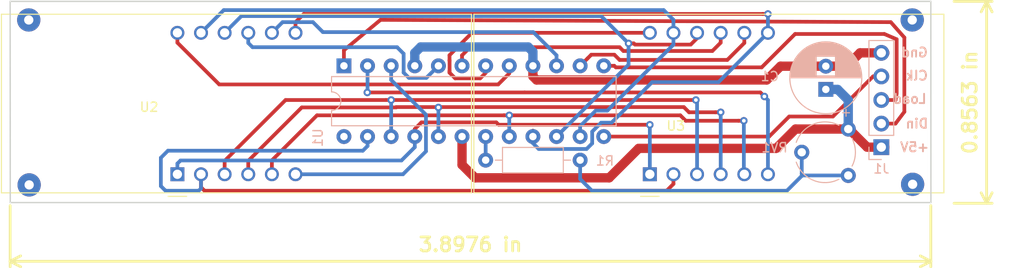
<source format=kicad_pcb>
(kicad_pcb (version 20171130) (host pcbnew "(5.0.2)-1")

  (general
    (thickness 1.6)
    (drawings 15)
    (tracks 228)
    (zones 0)
    (modules 7)
    (nets 25)
  )

  (page A4)
  (layers
    (0 F.Cu signal)
    (31 B.Cu signal)
    (32 B.Adhes user)
    (33 F.Adhes user)
    (34 B.Paste user)
    (35 F.Paste user)
    (36 B.SilkS user)
    (37 F.SilkS user)
    (38 B.Mask user)
    (39 F.Mask user)
    (40 Dwgs.User user)
    (41 Cmts.User user)
    (42 Eco1.User user)
    (43 Eco2.User user)
    (44 Edge.Cuts user)
    (45 Margin user)
    (46 B.CrtYd user)
    (47 F.CrtYd user)
    (48 B.Fab user)
    (49 F.Fab user)
  )

  (setup
    (last_trace_width 0.25)
    (user_trace_width 0.35)
    (user_trace_width 0.4)
    (user_trace_width 0.5)
    (user_trace_width 0.75)
    (user_trace_width 1)
    (user_trace_width 1.27)
    (user_trace_width 2)
    (user_trace_width 2.54)
    (trace_clearance 0.2)
    (zone_clearance 0.508)
    (zone_45_only no)
    (trace_min 0.2)
    (segment_width 0.2)
    (edge_width 0.15)
    (via_size 0.8)
    (via_drill 0.4)
    (via_min_size 0.4)
    (via_min_drill 0.3)
    (user_via 1 0.5)
    (user_via 1.4 0.6)
    (user_via 1.7 0.8)
    (user_via 2 0.8)
    (uvia_size 0.3)
    (uvia_drill 0.1)
    (uvias_allowed no)
    (uvia_min_size 0.2)
    (uvia_min_drill 0.1)
    (pcb_text_width 0.3)
    (pcb_text_size 1.5 1.5)
    (mod_edge_width 0.15)
    (mod_text_size 1 1)
    (mod_text_width 0.15)
    (pad_size 1.524 1.524)
    (pad_drill 0.762)
    (pad_to_mask_clearance 0.051)
    (solder_mask_min_width 0.25)
    (aux_axis_origin 0 0)
    (visible_elements 7FFFFFFF)
    (pcbplotparams
      (layerselection 0x010fc_ffffffff)
      (usegerberextensions false)
      (usegerberattributes false)
      (usegerberadvancedattributes false)
      (creategerberjobfile false)
      (excludeedgelayer true)
      (linewidth 0.100000)
      (plotframeref false)
      (viasonmask false)
      (mode 1)
      (useauxorigin false)
      (hpglpennumber 1)
      (hpglpenspeed 20)
      (hpglpendiameter 15.000000)
      (psnegative false)
      (psa4output false)
      (plotreference true)
      (plotvalue true)
      (plotinvisibletext false)
      (padsonsilk false)
      (subtractmaskfromsilk false)
      (outputformat 1)
      (mirror false)
      (drillshape 0)
      (scaleselection 1)
      (outputdirectory "../"))
  )

  (net 0 "")
  (net 1 +5V)
  (net 2 GNDD)
  (net 3 "Net-(J1-Pad2)")
  (net 4 "Net-(J1-Pad3)")
  (net 5 "Net-(J1-Pad4)")
  (net 6 "Net-(R1-Pad1)")
  (net 7 "Net-(R1-Pad2)")
  (net 8 "Net-(U1-Pad2)")
  (net 9 "Net-(U1-Pad14)")
  (net 10 "Net-(U1-Pad3)")
  (net 11 "Net-(U1-Pad15)")
  (net 12 "Net-(U1-Pad16)")
  (net 13 "Net-(U1-Pad5)")
  (net 14 "Net-(U1-Pad17)")
  (net 15 "Net-(U1-Pad6)")
  (net 16 "Net-(U1-Pad7)")
  (net 17 "Net-(U1-Pad8)")
  (net 18 "Net-(U1-Pad20)")
  (net 19 "Net-(U1-Pad21)")
  (net 20 "Net-(U1-Pad10)")
  (net 21 "Net-(U1-Pad22)")
  (net 22 "Net-(U1-Pad11)")
  (net 23 "Net-(U1-Pad23)")
  (net 24 "Net-(U1-Pad24)")

  (net_class Default "This is the default net class."
    (clearance 0.2)
    (trace_width 0.25)
    (via_dia 0.8)
    (via_drill 0.4)
    (uvia_dia 0.3)
    (uvia_drill 0.1)
    (add_net +5V)
    (add_net GNDD)
    (add_net "Net-(J1-Pad2)")
    (add_net "Net-(J1-Pad3)")
    (add_net "Net-(J1-Pad4)")
    (add_net "Net-(R1-Pad1)")
    (add_net "Net-(R1-Pad2)")
    (add_net "Net-(U1-Pad10)")
    (add_net "Net-(U1-Pad11)")
    (add_net "Net-(U1-Pad14)")
    (add_net "Net-(U1-Pad15)")
    (add_net "Net-(U1-Pad16)")
    (add_net "Net-(U1-Pad17)")
    (add_net "Net-(U1-Pad2)")
    (add_net "Net-(U1-Pad20)")
    (add_net "Net-(U1-Pad21)")
    (add_net "Net-(U1-Pad22)")
    (add_net "Net-(U1-Pad23)")
    (add_net "Net-(U1-Pad24)")
    (add_net "Net-(U1-Pad3)")
    (add_net "Net-(U1-Pad5)")
    (add_net "Net-(U1-Pad6)")
    (add_net "Net-(U1-Pad7)")
    (add_net "Net-(U1-Pad8)")
  )

  (module Connector_PinHeader_2.54mm:PinHeader_1x05_P2.54mm_Vertical (layer B.Cu) (tedit 5DA81AE3) (tstamp 5DAA1101)
    (at 201.676 44.704)
    (descr "Through hole straight pin header, 1x05, 2.54mm pitch, single row")
    (tags "Through hole pin header THT 1x05 2.54mm single row")
    (path /5DA9B86A)
    (fp_text reference J1 (at 0 2.33) (layer B.SilkS)
      (effects (font (size 1 1) (thickness 0.15)) (justify mirror))
    )
    (fp_text value Conn_01x05 (at 2.667 -3.2512 90) (layer B.Fab) hide
      (effects (font (size 1 1) (thickness 0.15)) (justify mirror))
    )
    (fp_text user %R (at 0 -5.08 -90) (layer B.Fab)
      (effects (font (size 1 1) (thickness 0.15)) (justify mirror))
    )
    (fp_line (start 1.8 1.8) (end -1.8 1.8) (layer B.CrtYd) (width 0.05))
    (fp_line (start 1.8 -11.95) (end 1.8 1.8) (layer B.CrtYd) (width 0.05))
    (fp_line (start -1.8 -11.95) (end 1.8 -11.95) (layer B.CrtYd) (width 0.05))
    (fp_line (start -1.8 1.8) (end -1.8 -11.95) (layer B.CrtYd) (width 0.05))
    (fp_line (start -1.33 1.33) (end 0 1.33) (layer B.SilkS) (width 0.12))
    (fp_line (start -1.33 0) (end -1.33 1.33) (layer B.SilkS) (width 0.12))
    (fp_line (start -1.33 -1.27) (end 1.33 -1.27) (layer B.SilkS) (width 0.12))
    (fp_line (start 1.33 -1.27) (end 1.33 -11.49) (layer B.SilkS) (width 0.12))
    (fp_line (start -1.33 -1.27) (end -1.33 -11.49) (layer B.SilkS) (width 0.12))
    (fp_line (start -1.33 -11.49) (end 1.33 -11.49) (layer B.SilkS) (width 0.12))
    (fp_line (start -1.27 0.635) (end -0.635 1.27) (layer B.Fab) (width 0.1))
    (fp_line (start -1.27 -11.43) (end -1.27 0.635) (layer B.Fab) (width 0.1))
    (fp_line (start 1.27 -11.43) (end -1.27 -11.43) (layer B.Fab) (width 0.1))
    (fp_line (start 1.27 1.27) (end 1.27 -11.43) (layer B.Fab) (width 0.1))
    (fp_line (start -0.635 1.27) (end 1.27 1.27) (layer B.Fab) (width 0.1))
    (pad 5 thru_hole oval (at 0 -10.16) (size 1.7 1.7) (drill 1) (layers *.Cu *.Mask)
      (net 2 GNDD))
    (pad 4 thru_hole oval (at 0 -7.62) (size 1.7 1.7) (drill 1) (layers *.Cu *.Mask)
      (net 5 "Net-(J1-Pad4)"))
    (pad 3 thru_hole oval (at 0 -5.08) (size 1.7 1.7) (drill 1) (layers *.Cu *.Mask)
      (net 4 "Net-(J1-Pad3)"))
    (pad 2 thru_hole oval (at 0 -2.54) (size 1.7 1.7) (drill 1) (layers *.Cu *.Mask)
      (net 3 "Net-(J1-Pad2)"))
    (pad 1 thru_hole rect (at 0 0) (size 1.7 1.7) (drill 1) (layers *.Cu *.Mask)
      (net 1 +5V))
    (model ${KISYS3DMOD}/Connector_PinHeader_2.54mm.3dshapes/PinHeader_1x05_P2.54mm_Vertical.wrl
      (at (xyz 0 0 0))
      (scale (xyz 1 1 1))
      (rotate (xyz 0 0 0))
    )
  )

  (module Display_7Segment:CA56-12SYKWA (layer F.Cu) (tedit 5DA81C11) (tstamp 5DA767A8)
    (at 125.984 47.625 90)
    (descr "4 digit 7 segment green LED, http://www.kingbright.com/attachments/file/psearch/000/00/00/CA56-12SYKWA(Ver.6A).pdf")
    (tags "4 digit 7 segment green LED")
    (path /5DA7392F)
    (fp_text reference U2 (at 7.239 -3.048 180) (layer F.SilkS)
      (effects (font (size 1 1) (thickness 0.15)))
    )
    (fp_text value CC56-12SYKWA (at 5.842 0.254 180) (layer F.Fab)
      (effects (font (size 1 1) (thickness 0.15)))
    )
    (fp_text user %R (at 7.239 -0.508 180) (layer F.Fab)
      (effects (font (size 1 1) (thickness 0.15)))
    )
    (fp_line (start -1.88 1) (end -1.88 31.5) (layer F.Fab) (width 0.1))
    (fp_line (start -1.88 31.5) (end 17.12 31.5) (layer F.Fab) (width 0.1))
    (fp_line (start 17.12 -18.8) (end 17.12 31.5) (layer F.Fab) (width 0.1))
    (fp_line (start -1.88 -18.8) (end 17.12 -18.8) (layer F.Fab) (width 0.1))
    (fp_line (start -2.38 -1) (end -2.38 1) (layer F.SilkS) (width 0.12))
    (fp_line (start -2.13 31.75) (end -2.13 -19.05) (layer F.CrtYd) (width 0.05))
    (fp_line (start 17.37 31.75) (end -2.13 31.75) (layer F.CrtYd) (width 0.05))
    (fp_line (start 17.37 -19.05) (end 17.37 31.75) (layer F.CrtYd) (width 0.05))
    (fp_line (start -2.13 -19.05) (end 17.37 -19.05) (layer F.CrtYd) (width 0.05))
    (fp_line (start -1.88 -1) (end -1.88 -18.8) (layer F.Fab) (width 0.1))
    (fp_line (start -0.88 0) (end -1.88 -1) (layer F.Fab) (width 0.1))
    (fp_line (start -1.88 1) (end -0.88 0) (layer F.Fab) (width 0.1))
    (fp_line (start 17.24 31.62) (end 17.24 -18.92) (layer F.SilkS) (width 0.12))
    (fp_line (start -2 31.62) (end 17.24 31.62) (layer F.SilkS) (width 0.12))
    (fp_line (start -2 -18.92) (end -2 31.62) (layer F.SilkS) (width 0.12))
    (fp_line (start -2 -18.92) (end 17.24 -18.92) (layer F.SilkS) (width 0.12))
    (pad 12 thru_hole circle (at 15.24 0 90) (size 1.5 1.5) (drill 1) (layers *.Cu *.Mask)
      (net 17 "Net-(U1-Pad8)"))
    (pad 11 thru_hole circle (at 15.24 2.54 90) (size 1.5 1.5) (drill 1) (layers *.Cu *.Mask)
      (net 9 "Net-(U1-Pad14)"))
    (pad 10 thru_hole circle (at 15.24 5.08 90) (size 1.5 1.5) (drill 1) (layers *.Cu *.Mask)
      (net 11 "Net-(U1-Pad15)"))
    (pad 9 thru_hole circle (at 15.24 7.62 90) (size 1.5 1.5) (drill 1) (layers *.Cu *.Mask)
      (net 13 "Net-(U1-Pad5)"))
    (pad 8 thru_hole circle (at 15.24 10.16 90) (size 1.5 1.5) (drill 1) (layers *.Cu *.Mask)
      (net 20 "Net-(U1-Pad10)"))
    (pad 7 thru_hole circle (at 15.24 12.7 90) (size 1.5 1.5) (drill 1) (layers *.Cu *.Mask)
      (net 12 "Net-(U1-Pad16)"))
    (pad 6 thru_hole circle (at 0 12.7 90) (size 1.5 1.5) (drill 1) (layers *.Cu *.Mask)
      (net 10 "Net-(U1-Pad3)"))
    (pad 5 thru_hole circle (at 0 10.16 90) (size 1.5 1.5) (drill 1) (layers *.Cu *.Mask)
      (net 14 "Net-(U1-Pad17)"))
    (pad 4 thru_hole circle (at 0 7.62 90) (size 1.5 1.5) (drill 1) (layers *.Cu *.Mask)
      (net 18 "Net-(U1-Pad20)"))
    (pad 3 thru_hole circle (at 0 5.08 90) (size 1.5 1.5) (drill 1) (layers *.Cu *.Mask)
      (net 21 "Net-(U1-Pad22)"))
    (pad 2 thru_hole circle (at 0 2.54 90) (size 1.5 1.5) (drill 1) (layers *.Cu *.Mask)
      (net 23 "Net-(U1-Pad23)"))
    (pad 1 thru_hole rect (at 0 0 90) (size 1.5 1.5) (drill 1) (layers *.Cu *.Mask)
      (net 19 "Net-(U1-Pad21)"))
    (model ${KISYS3DMOD}/Display_7Segment.3dshapes/CA56-12SYKWA.wrl
      (at (xyz 0 0 0))
      (scale (xyz 1 1 1))
      (rotate (xyz 0 0 0))
    )
  )

  (module Capacitor_THT:CP_Radial_D7.5mm_P2.50mm (layer B.Cu) (tedit 5AE50EF0) (tstamp 5DA76719)
    (at 195.707 38.481 90)
    (descr "CP, Radial series, Radial, pin pitch=2.50mm, , diameter=7.5mm, Electrolytic Capacitor")
    (tags "CP Radial series Radial pin pitch 2.50mm  diameter 7.5mm Electrolytic Capacitor")
    (path /5DA73D6F)
    (fp_text reference C1 (at 1.397 -6.0198) (layer B.SilkS)
      (effects (font (size 1 1) (thickness 0.15)) (justify mirror))
    )
    (fp_text value 100uF (at 6.223 -2.413) (layer B.Fab)
      (effects (font (size 1 1) (thickness 0.15)) (justify mirror))
    )
    (fp_circle (center 1.25 0) (end 5 0) (layer B.Fab) (width 0.1))
    (fp_circle (center 1.25 0) (end 5.12 0) (layer B.SilkS) (width 0.12))
    (fp_circle (center 1.25 0) (end 5.25 0) (layer B.CrtYd) (width 0.05))
    (fp_line (start -1.961233 1.6375) (end -1.211233 1.6375) (layer B.Fab) (width 0.1))
    (fp_line (start -1.586233 2.0125) (end -1.586233 1.2625) (layer B.Fab) (width 0.1))
    (fp_line (start 1.25 3.83) (end 1.25 -3.83) (layer B.SilkS) (width 0.12))
    (fp_line (start 1.29 3.83) (end 1.29 -3.83) (layer B.SilkS) (width 0.12))
    (fp_line (start 1.33 3.83) (end 1.33 -3.83) (layer B.SilkS) (width 0.12))
    (fp_line (start 1.37 3.829) (end 1.37 -3.829) (layer B.SilkS) (width 0.12))
    (fp_line (start 1.41 3.827) (end 1.41 -3.827) (layer B.SilkS) (width 0.12))
    (fp_line (start 1.45 3.825) (end 1.45 -3.825) (layer B.SilkS) (width 0.12))
    (fp_line (start 1.49 3.823) (end 1.49 1.04) (layer B.SilkS) (width 0.12))
    (fp_line (start 1.49 -1.04) (end 1.49 -3.823) (layer B.SilkS) (width 0.12))
    (fp_line (start 1.53 3.82) (end 1.53 1.04) (layer B.SilkS) (width 0.12))
    (fp_line (start 1.53 -1.04) (end 1.53 -3.82) (layer B.SilkS) (width 0.12))
    (fp_line (start 1.57 3.817) (end 1.57 1.04) (layer B.SilkS) (width 0.12))
    (fp_line (start 1.57 -1.04) (end 1.57 -3.817) (layer B.SilkS) (width 0.12))
    (fp_line (start 1.61 3.814) (end 1.61 1.04) (layer B.SilkS) (width 0.12))
    (fp_line (start 1.61 -1.04) (end 1.61 -3.814) (layer B.SilkS) (width 0.12))
    (fp_line (start 1.65 3.81) (end 1.65 1.04) (layer B.SilkS) (width 0.12))
    (fp_line (start 1.65 -1.04) (end 1.65 -3.81) (layer B.SilkS) (width 0.12))
    (fp_line (start 1.69 3.805) (end 1.69 1.04) (layer B.SilkS) (width 0.12))
    (fp_line (start 1.69 -1.04) (end 1.69 -3.805) (layer B.SilkS) (width 0.12))
    (fp_line (start 1.73 3.801) (end 1.73 1.04) (layer B.SilkS) (width 0.12))
    (fp_line (start 1.73 -1.04) (end 1.73 -3.801) (layer B.SilkS) (width 0.12))
    (fp_line (start 1.77 3.795) (end 1.77 1.04) (layer B.SilkS) (width 0.12))
    (fp_line (start 1.77 -1.04) (end 1.77 -3.795) (layer B.SilkS) (width 0.12))
    (fp_line (start 1.81 3.79) (end 1.81 1.04) (layer B.SilkS) (width 0.12))
    (fp_line (start 1.81 -1.04) (end 1.81 -3.79) (layer B.SilkS) (width 0.12))
    (fp_line (start 1.85 3.784) (end 1.85 1.04) (layer B.SilkS) (width 0.12))
    (fp_line (start 1.85 -1.04) (end 1.85 -3.784) (layer B.SilkS) (width 0.12))
    (fp_line (start 1.89 3.777) (end 1.89 1.04) (layer B.SilkS) (width 0.12))
    (fp_line (start 1.89 -1.04) (end 1.89 -3.777) (layer B.SilkS) (width 0.12))
    (fp_line (start 1.93 3.77) (end 1.93 1.04) (layer B.SilkS) (width 0.12))
    (fp_line (start 1.93 -1.04) (end 1.93 -3.77) (layer B.SilkS) (width 0.12))
    (fp_line (start 1.971 3.763) (end 1.971 1.04) (layer B.SilkS) (width 0.12))
    (fp_line (start 1.971 -1.04) (end 1.971 -3.763) (layer B.SilkS) (width 0.12))
    (fp_line (start 2.011 3.755) (end 2.011 1.04) (layer B.SilkS) (width 0.12))
    (fp_line (start 2.011 -1.04) (end 2.011 -3.755) (layer B.SilkS) (width 0.12))
    (fp_line (start 2.051 3.747) (end 2.051 1.04) (layer B.SilkS) (width 0.12))
    (fp_line (start 2.051 -1.04) (end 2.051 -3.747) (layer B.SilkS) (width 0.12))
    (fp_line (start 2.091 3.738) (end 2.091 1.04) (layer B.SilkS) (width 0.12))
    (fp_line (start 2.091 -1.04) (end 2.091 -3.738) (layer B.SilkS) (width 0.12))
    (fp_line (start 2.131 3.729) (end 2.131 1.04) (layer B.SilkS) (width 0.12))
    (fp_line (start 2.131 -1.04) (end 2.131 -3.729) (layer B.SilkS) (width 0.12))
    (fp_line (start 2.171 3.72) (end 2.171 1.04) (layer B.SilkS) (width 0.12))
    (fp_line (start 2.171 -1.04) (end 2.171 -3.72) (layer B.SilkS) (width 0.12))
    (fp_line (start 2.211 3.71) (end 2.211 1.04) (layer B.SilkS) (width 0.12))
    (fp_line (start 2.211 -1.04) (end 2.211 -3.71) (layer B.SilkS) (width 0.12))
    (fp_line (start 2.251 3.699) (end 2.251 1.04) (layer B.SilkS) (width 0.12))
    (fp_line (start 2.251 -1.04) (end 2.251 -3.699) (layer B.SilkS) (width 0.12))
    (fp_line (start 2.291 3.688) (end 2.291 1.04) (layer B.SilkS) (width 0.12))
    (fp_line (start 2.291 -1.04) (end 2.291 -3.688) (layer B.SilkS) (width 0.12))
    (fp_line (start 2.331 3.677) (end 2.331 1.04) (layer B.SilkS) (width 0.12))
    (fp_line (start 2.331 -1.04) (end 2.331 -3.677) (layer B.SilkS) (width 0.12))
    (fp_line (start 2.371 3.665) (end 2.371 1.04) (layer B.SilkS) (width 0.12))
    (fp_line (start 2.371 -1.04) (end 2.371 -3.665) (layer B.SilkS) (width 0.12))
    (fp_line (start 2.411 3.653) (end 2.411 1.04) (layer B.SilkS) (width 0.12))
    (fp_line (start 2.411 -1.04) (end 2.411 -3.653) (layer B.SilkS) (width 0.12))
    (fp_line (start 2.451 3.64) (end 2.451 1.04) (layer B.SilkS) (width 0.12))
    (fp_line (start 2.451 -1.04) (end 2.451 -3.64) (layer B.SilkS) (width 0.12))
    (fp_line (start 2.491 3.626) (end 2.491 1.04) (layer B.SilkS) (width 0.12))
    (fp_line (start 2.491 -1.04) (end 2.491 -3.626) (layer B.SilkS) (width 0.12))
    (fp_line (start 2.531 3.613) (end 2.531 1.04) (layer B.SilkS) (width 0.12))
    (fp_line (start 2.531 -1.04) (end 2.531 -3.613) (layer B.SilkS) (width 0.12))
    (fp_line (start 2.571 3.598) (end 2.571 1.04) (layer B.SilkS) (width 0.12))
    (fp_line (start 2.571 -1.04) (end 2.571 -3.598) (layer B.SilkS) (width 0.12))
    (fp_line (start 2.611 3.584) (end 2.611 1.04) (layer B.SilkS) (width 0.12))
    (fp_line (start 2.611 -1.04) (end 2.611 -3.584) (layer B.SilkS) (width 0.12))
    (fp_line (start 2.651 3.568) (end 2.651 1.04) (layer B.SilkS) (width 0.12))
    (fp_line (start 2.651 -1.04) (end 2.651 -3.568) (layer B.SilkS) (width 0.12))
    (fp_line (start 2.691 3.553) (end 2.691 1.04) (layer B.SilkS) (width 0.12))
    (fp_line (start 2.691 -1.04) (end 2.691 -3.553) (layer B.SilkS) (width 0.12))
    (fp_line (start 2.731 3.536) (end 2.731 1.04) (layer B.SilkS) (width 0.12))
    (fp_line (start 2.731 -1.04) (end 2.731 -3.536) (layer B.SilkS) (width 0.12))
    (fp_line (start 2.771 3.52) (end 2.771 1.04) (layer B.SilkS) (width 0.12))
    (fp_line (start 2.771 -1.04) (end 2.771 -3.52) (layer B.SilkS) (width 0.12))
    (fp_line (start 2.811 3.502) (end 2.811 1.04) (layer B.SilkS) (width 0.12))
    (fp_line (start 2.811 -1.04) (end 2.811 -3.502) (layer B.SilkS) (width 0.12))
    (fp_line (start 2.851 3.484) (end 2.851 1.04) (layer B.SilkS) (width 0.12))
    (fp_line (start 2.851 -1.04) (end 2.851 -3.484) (layer B.SilkS) (width 0.12))
    (fp_line (start 2.891 3.466) (end 2.891 1.04) (layer B.SilkS) (width 0.12))
    (fp_line (start 2.891 -1.04) (end 2.891 -3.466) (layer B.SilkS) (width 0.12))
    (fp_line (start 2.931 3.447) (end 2.931 1.04) (layer B.SilkS) (width 0.12))
    (fp_line (start 2.931 -1.04) (end 2.931 -3.447) (layer B.SilkS) (width 0.12))
    (fp_line (start 2.971 3.427) (end 2.971 1.04) (layer B.SilkS) (width 0.12))
    (fp_line (start 2.971 -1.04) (end 2.971 -3.427) (layer B.SilkS) (width 0.12))
    (fp_line (start 3.011 3.407) (end 3.011 1.04) (layer B.SilkS) (width 0.12))
    (fp_line (start 3.011 -1.04) (end 3.011 -3.407) (layer B.SilkS) (width 0.12))
    (fp_line (start 3.051 3.386) (end 3.051 1.04) (layer B.SilkS) (width 0.12))
    (fp_line (start 3.051 -1.04) (end 3.051 -3.386) (layer B.SilkS) (width 0.12))
    (fp_line (start 3.091 3.365) (end 3.091 1.04) (layer B.SilkS) (width 0.12))
    (fp_line (start 3.091 -1.04) (end 3.091 -3.365) (layer B.SilkS) (width 0.12))
    (fp_line (start 3.131 3.343) (end 3.131 1.04) (layer B.SilkS) (width 0.12))
    (fp_line (start 3.131 -1.04) (end 3.131 -3.343) (layer B.SilkS) (width 0.12))
    (fp_line (start 3.171 3.321) (end 3.171 1.04) (layer B.SilkS) (width 0.12))
    (fp_line (start 3.171 -1.04) (end 3.171 -3.321) (layer B.SilkS) (width 0.12))
    (fp_line (start 3.211 3.297) (end 3.211 1.04) (layer B.SilkS) (width 0.12))
    (fp_line (start 3.211 -1.04) (end 3.211 -3.297) (layer B.SilkS) (width 0.12))
    (fp_line (start 3.251 3.274) (end 3.251 1.04) (layer B.SilkS) (width 0.12))
    (fp_line (start 3.251 -1.04) (end 3.251 -3.274) (layer B.SilkS) (width 0.12))
    (fp_line (start 3.291 3.249) (end 3.291 1.04) (layer B.SilkS) (width 0.12))
    (fp_line (start 3.291 -1.04) (end 3.291 -3.249) (layer B.SilkS) (width 0.12))
    (fp_line (start 3.331 3.224) (end 3.331 1.04) (layer B.SilkS) (width 0.12))
    (fp_line (start 3.331 -1.04) (end 3.331 -3.224) (layer B.SilkS) (width 0.12))
    (fp_line (start 3.371 3.198) (end 3.371 1.04) (layer B.SilkS) (width 0.12))
    (fp_line (start 3.371 -1.04) (end 3.371 -3.198) (layer B.SilkS) (width 0.12))
    (fp_line (start 3.411 3.172) (end 3.411 1.04) (layer B.SilkS) (width 0.12))
    (fp_line (start 3.411 -1.04) (end 3.411 -3.172) (layer B.SilkS) (width 0.12))
    (fp_line (start 3.451 3.144) (end 3.451 1.04) (layer B.SilkS) (width 0.12))
    (fp_line (start 3.451 -1.04) (end 3.451 -3.144) (layer B.SilkS) (width 0.12))
    (fp_line (start 3.491 3.116) (end 3.491 1.04) (layer B.SilkS) (width 0.12))
    (fp_line (start 3.491 -1.04) (end 3.491 -3.116) (layer B.SilkS) (width 0.12))
    (fp_line (start 3.531 3.088) (end 3.531 1.04) (layer B.SilkS) (width 0.12))
    (fp_line (start 3.531 -1.04) (end 3.531 -3.088) (layer B.SilkS) (width 0.12))
    (fp_line (start 3.571 3.058) (end 3.571 -3.058) (layer B.SilkS) (width 0.12))
    (fp_line (start 3.611 3.028) (end 3.611 -3.028) (layer B.SilkS) (width 0.12))
    (fp_line (start 3.651 2.996) (end 3.651 -2.996) (layer B.SilkS) (width 0.12))
    (fp_line (start 3.691 2.964) (end 3.691 -2.964) (layer B.SilkS) (width 0.12))
    (fp_line (start 3.731 2.931) (end 3.731 -2.931) (layer B.SilkS) (width 0.12))
    (fp_line (start 3.771 2.898) (end 3.771 -2.898) (layer B.SilkS) (width 0.12))
    (fp_line (start 3.811 2.863) (end 3.811 -2.863) (layer B.SilkS) (width 0.12))
    (fp_line (start 3.851 2.827) (end 3.851 -2.827) (layer B.SilkS) (width 0.12))
    (fp_line (start 3.891 2.79) (end 3.891 -2.79) (layer B.SilkS) (width 0.12))
    (fp_line (start 3.931 2.752) (end 3.931 -2.752) (layer B.SilkS) (width 0.12))
    (fp_line (start 3.971 2.713) (end 3.971 -2.713) (layer B.SilkS) (width 0.12))
    (fp_line (start 4.011 2.673) (end 4.011 -2.673) (layer B.SilkS) (width 0.12))
    (fp_line (start 4.051 2.632) (end 4.051 -2.632) (layer B.SilkS) (width 0.12))
    (fp_line (start 4.091 2.589) (end 4.091 -2.589) (layer B.SilkS) (width 0.12))
    (fp_line (start 4.131 2.546) (end 4.131 -2.546) (layer B.SilkS) (width 0.12))
    (fp_line (start 4.171 2.5) (end 4.171 -2.5) (layer B.SilkS) (width 0.12))
    (fp_line (start 4.211 2.454) (end 4.211 -2.454) (layer B.SilkS) (width 0.12))
    (fp_line (start 4.251 2.405) (end 4.251 -2.405) (layer B.SilkS) (width 0.12))
    (fp_line (start 4.291 2.355) (end 4.291 -2.355) (layer B.SilkS) (width 0.12))
    (fp_line (start 4.331 2.304) (end 4.331 -2.304) (layer B.SilkS) (width 0.12))
    (fp_line (start 4.371 2.25) (end 4.371 -2.25) (layer B.SilkS) (width 0.12))
    (fp_line (start 4.411 2.195) (end 4.411 -2.195) (layer B.SilkS) (width 0.12))
    (fp_line (start 4.451 2.137) (end 4.451 -2.137) (layer B.SilkS) (width 0.12))
    (fp_line (start 4.491 2.077) (end 4.491 -2.077) (layer B.SilkS) (width 0.12))
    (fp_line (start 4.531 2.014) (end 4.531 -2.014) (layer B.SilkS) (width 0.12))
    (fp_line (start 4.571 1.949) (end 4.571 -1.949) (layer B.SilkS) (width 0.12))
    (fp_line (start 4.611 1.881) (end 4.611 -1.881) (layer B.SilkS) (width 0.12))
    (fp_line (start 4.651 1.809) (end 4.651 -1.809) (layer B.SilkS) (width 0.12))
    (fp_line (start 4.691 1.733) (end 4.691 -1.733) (layer B.SilkS) (width 0.12))
    (fp_line (start 4.731 1.654) (end 4.731 -1.654) (layer B.SilkS) (width 0.12))
    (fp_line (start 4.771 1.569) (end 4.771 -1.569) (layer B.SilkS) (width 0.12))
    (fp_line (start 4.811 1.478) (end 4.811 -1.478) (layer B.SilkS) (width 0.12))
    (fp_line (start 4.851 1.381) (end 4.851 -1.381) (layer B.SilkS) (width 0.12))
    (fp_line (start 4.891 1.275) (end 4.891 -1.275) (layer B.SilkS) (width 0.12))
    (fp_line (start 4.931 1.158) (end 4.931 -1.158) (layer B.SilkS) (width 0.12))
    (fp_line (start 4.971 1.028) (end 4.971 -1.028) (layer B.SilkS) (width 0.12))
    (fp_line (start 5.011 0.877) (end 5.011 -0.877) (layer B.SilkS) (width 0.12))
    (fp_line (start 5.051 0.693) (end 5.051 -0.693) (layer B.SilkS) (width 0.12))
    (fp_line (start 5.091 0.441) (end 5.091 -0.441) (layer B.SilkS) (width 0.12))
    (fp_line (start -2.892211 2.175) (end -2.142211 2.175) (layer B.SilkS) (width 0.12))
    (fp_line (start -2.517211 2.55) (end -2.517211 1.8) (layer B.SilkS) (width 0.12))
    (fp_text user %R (at 6.223 1.778) (layer B.Fab)
      (effects (font (size 1 1) (thickness 0.15)) (justify mirror))
    )
    (pad 1 thru_hole rect (at 0 0 90) (size 1.6 1.6) (drill 0.8) (layers *.Cu *.Mask)
      (net 1 +5V))
    (pad 2 thru_hole circle (at 2.5 0 90) (size 1.6 1.6) (drill 0.8) (layers *.Cu *.Mask)
      (net 2 GNDD))
    (model ${KISYS3DMOD}/Capacitor_THT.3dshapes/CP_Radial_D7.5mm_P2.50mm.wrl
      (at (xyz 0 0 0))
      (scale (xyz 1 1 1))
      (rotate (xyz 0 0 0))
    )
  )

  (module Resistor_THT:R_Axial_DIN0207_L6.3mm_D2.5mm_P10.16mm_Horizontal (layer B.Cu) (tedit 5AE5139B) (tstamp 5DA76749)
    (at 159.131 46.101)
    (descr "Resistor, Axial_DIN0207 series, Axial, Horizontal, pin pitch=10.16mm, 0.25W = 1/4W, length*diameter=6.3*2.5mm^2, http://cdn-reichelt.de/documents/datenblatt/B400/1_4W%23YAG.pdf")
    (tags "Resistor Axial_DIN0207 series Axial Horizontal pin pitch 10.16mm 0.25W = 1/4W length 6.3mm diameter 2.5mm")
    (path /5DA73A0A)
    (fp_text reference R1 (at 12.827 0.0762) (layer B.SilkS)
      (effects (font (size 1 1) (thickness 0.15)) (justify mirror))
    )
    (fp_text value 9k1 (at 3.556 0) (layer B.Fab)
      (effects (font (size 1 1) (thickness 0.15)) (justify mirror))
    )
    (fp_line (start 1.93 1.25) (end 1.93 -1.25) (layer B.Fab) (width 0.1))
    (fp_line (start 1.93 -1.25) (end 8.23 -1.25) (layer B.Fab) (width 0.1))
    (fp_line (start 8.23 -1.25) (end 8.23 1.25) (layer B.Fab) (width 0.1))
    (fp_line (start 8.23 1.25) (end 1.93 1.25) (layer B.Fab) (width 0.1))
    (fp_line (start 0 0) (end 1.93 0) (layer B.Fab) (width 0.1))
    (fp_line (start 10.16 0) (end 8.23 0) (layer B.Fab) (width 0.1))
    (fp_line (start 1.81 1.37) (end 1.81 -1.37) (layer B.SilkS) (width 0.12))
    (fp_line (start 1.81 -1.37) (end 8.35 -1.37) (layer B.SilkS) (width 0.12))
    (fp_line (start 8.35 -1.37) (end 8.35 1.37) (layer B.SilkS) (width 0.12))
    (fp_line (start 8.35 1.37) (end 1.81 1.37) (layer B.SilkS) (width 0.12))
    (fp_line (start 1.04 0) (end 1.81 0) (layer B.SilkS) (width 0.12))
    (fp_line (start 9.12 0) (end 8.35 0) (layer B.SilkS) (width 0.12))
    (fp_line (start -1.05 1.5) (end -1.05 -1.5) (layer B.CrtYd) (width 0.05))
    (fp_line (start -1.05 -1.5) (end 11.21 -1.5) (layer B.CrtYd) (width 0.05))
    (fp_line (start 11.21 -1.5) (end 11.21 1.5) (layer B.CrtYd) (width 0.05))
    (fp_line (start 11.21 1.5) (end -1.05 1.5) (layer B.CrtYd) (width 0.05))
    (fp_text user %R (at 6.731 0) (layer B.Fab)
      (effects (font (size 1 1) (thickness 0.15)) (justify mirror))
    )
    (pad 1 thru_hole circle (at 0 0) (size 1.6 1.6) (drill 0.8) (layers *.Cu *.Mask)
      (net 6 "Net-(R1-Pad1)"))
    (pad 2 thru_hole oval (at 10.16 0) (size 1.6 1.6) (drill 0.8) (layers *.Cu *.Mask)
      (net 7 "Net-(R1-Pad2)"))
    (model ${KISYS3DMOD}/Resistor_THT.3dshapes/R_Axial_DIN0207_L6.3mm_D2.5mm_P10.16mm_Horizontal.wrl
      (at (xyz 0 0 0))
      (scale (xyz 1 1 1))
      (rotate (xyz 0 0 0))
    )
  )

  (module Potentiometer_THT:Potentiometer_Piher_PT-6-V_Vertical (layer B.Cu) (tedit 5A3D4993) (tstamp 5DA7675B)
    (at 198.12 47.752 180)
    (descr "Potentiometer, vertical, Piher PT-6-V, http://www.piher-nacesa.com/pdf/11-PT6v03.pdf")
    (tags "Potentiometer vertical Piher PT-6-V")
    (path /5DA73BBD)
    (fp_text reference RV1 (at 7.9248 2.9972 180) (layer B.SilkS)
      (effects (font (size 1 1) (thickness 0.15)) (justify mirror))
    )
    (fp_text value 1K (at -2.667 -0.381 180) (layer B.Fab)
      (effects (font (size 1 1) (thickness 0.15)) (justify mirror))
    )
    (fp_arc (start 2.5 2.5) (end 2.5 -0.77) (angle 71) (layer B.SilkS) (width 0.12))
    (fp_arc (start 2.5 2.5) (end 5.592 3.564) (angle 98) (layer B.SilkS) (width 0.12))
    (fp_arc (start 2.5 2.5) (end -0.414 3.984) (angle 54) (layer B.SilkS) (width 0.12))
    (fp_arc (start 2.5 2.5) (end 1.015 -0.414) (angle 28) (layer B.SilkS) (width 0.12))
    (fp_circle (center 2.5 2.5) (end 5.65 2.5) (layer B.Fab) (width 0.1))
    (fp_circle (center 2.5 2.5) (end 3.4 2.5) (layer B.Fab) (width 0.1))
    (fp_line (start -1.1 6.1) (end -1.1 -1.1) (layer B.CrtYd) (width 0.05))
    (fp_line (start -1.1 -1.1) (end 6.1 -1.1) (layer B.CrtYd) (width 0.05))
    (fp_line (start 6.1 -1.1) (end 6.1 6.1) (layer B.CrtYd) (width 0.05))
    (fp_line (start 6.1 6.1) (end -1.1 6.1) (layer B.CrtYd) (width 0.05))
    (fp_text user %R (at -5.461 -0.381 180) (layer B.Fab)
      (effects (font (size 1 1) (thickness 0.15)) (justify mirror))
    )
    (pad 3 thru_hole circle (at 0 5 180) (size 1.62 1.62) (drill 0.9) (layers *.Cu *.Mask)
      (net 1 +5V))
    (pad 2 thru_hole circle (at 5 2.5 180) (size 1.62 1.62) (drill 0.9) (layers *.Cu *.Mask)
      (net 7 "Net-(R1-Pad2)"))
    (pad 1 thru_hole circle (at 0 0 180) (size 1.62 1.62) (drill 0.9) (layers *.Cu *.Mask)
      (net 7 "Net-(R1-Pad2)"))
    (model ${KISYS3DMOD}/Potentiometer_THT.3dshapes/Potentiometer_Piher_PT-6-V_Vertical.wrl
      (at (xyz 0 0 0))
      (scale (xyz 1 1 1))
      (rotate (xyz 0 0 0))
    )
  )

  (module Package_DIP:DIP-24_W7.62mm (layer B.Cu) (tedit 5A02E8C5) (tstamp 5DA76787)
    (at 143.891 35.941 270)
    (descr "24-lead though-hole mounted DIP package, row spacing 7.62 mm (300 mils)")
    (tags "THT DIP DIL PDIP 2.54mm 7.62mm 300mil")
    (path /5DA7CFD9)
    (fp_text reference U1 (at 7.747 2.794 270) (layer B.SilkS)
      (effects (font (size 1 1) (thickness 0.15)) (justify mirror))
    )
    (fp_text value MAX7219 (at 3.175 2.794 270) (layer B.Fab)
      (effects (font (size 1 1) (thickness 0.15)) (justify mirror))
    )
    (fp_arc (start 3.81 1.33) (end 2.81 1.33) (angle 180) (layer B.SilkS) (width 0.12))
    (fp_line (start 1.635 1.27) (end 6.985 1.27) (layer B.Fab) (width 0.1))
    (fp_line (start 6.985 1.27) (end 6.985 -29.21) (layer B.Fab) (width 0.1))
    (fp_line (start 6.985 -29.21) (end 0.635 -29.21) (layer B.Fab) (width 0.1))
    (fp_line (start 0.635 -29.21) (end 0.635 0.27) (layer B.Fab) (width 0.1))
    (fp_line (start 0.635 0.27) (end 1.635 1.27) (layer B.Fab) (width 0.1))
    (fp_line (start 2.81 1.33) (end 1.16 1.33) (layer B.SilkS) (width 0.12))
    (fp_line (start 1.16 1.33) (end 1.16 -29.27) (layer B.SilkS) (width 0.12))
    (fp_line (start 1.16 -29.27) (end 6.46 -29.27) (layer B.SilkS) (width 0.12))
    (fp_line (start 6.46 -29.27) (end 6.46 1.33) (layer B.SilkS) (width 0.12))
    (fp_line (start 6.46 1.33) (end 4.81 1.33) (layer B.SilkS) (width 0.12))
    (fp_line (start -1.1 1.55) (end -1.1 -29.5) (layer B.CrtYd) (width 0.05))
    (fp_line (start -1.1 -29.5) (end 8.7 -29.5) (layer B.CrtYd) (width 0.05))
    (fp_line (start 8.7 -29.5) (end 8.7 1.55) (layer B.CrtYd) (width 0.05))
    (fp_line (start 8.7 1.55) (end -1.1 1.55) (layer B.CrtYd) (width 0.05))
    (fp_text user %R (at 7.747 2.794 270) (layer B.Fab)
      (effects (font (size 1 1) (thickness 0.15)) (justify mirror))
    )
    (pad 1 thru_hole rect (at 0 0 270) (size 1.6 1.6) (drill 0.8) (layers *.Cu *.Mask)
      (net 3 "Net-(J1-Pad2)"))
    (pad 13 thru_hole oval (at 7.62 -27.94 270) (size 1.6 1.6) (drill 0.8) (layers *.Cu *.Mask)
      (net 5 "Net-(J1-Pad4)"))
    (pad 2 thru_hole oval (at 0 -2.54 270) (size 1.6 1.6) (drill 0.8) (layers *.Cu *.Mask)
      (net 8 "Net-(U1-Pad2)"))
    (pad 14 thru_hole oval (at 7.62 -25.4 270) (size 1.6 1.6) (drill 0.8) (layers *.Cu *.Mask)
      (net 9 "Net-(U1-Pad14)"))
    (pad 3 thru_hole oval (at 0 -5.08 270) (size 1.6 1.6) (drill 0.8) (layers *.Cu *.Mask)
      (net 10 "Net-(U1-Pad3)"))
    (pad 15 thru_hole oval (at 7.62 -22.86 270) (size 1.6 1.6) (drill 0.8) (layers *.Cu *.Mask)
      (net 11 "Net-(U1-Pad15)"))
    (pad 4 thru_hole oval (at 0 -7.62 270) (size 1.6 1.6) (drill 0.8) (layers *.Cu *.Mask)
      (net 2 GNDD))
    (pad 16 thru_hole oval (at 7.62 -20.32 270) (size 1.6 1.6) (drill 0.8) (layers *.Cu *.Mask)
      (net 12 "Net-(U1-Pad16)"))
    (pad 5 thru_hole oval (at 0 -10.16 270) (size 1.6 1.6) (drill 0.8) (layers *.Cu *.Mask)
      (net 13 "Net-(U1-Pad5)"))
    (pad 17 thru_hole oval (at 7.62 -17.78 270) (size 1.6 1.6) (drill 0.8) (layers *.Cu *.Mask)
      (net 14 "Net-(U1-Pad17)"))
    (pad 6 thru_hole oval (at 0 -12.7 270) (size 1.6 1.6) (drill 0.8) (layers *.Cu *.Mask)
      (net 15 "Net-(U1-Pad6)"))
    (pad 18 thru_hole oval (at 7.62 -15.24 270) (size 1.6 1.6) (drill 0.8) (layers *.Cu *.Mask)
      (net 6 "Net-(R1-Pad1)"))
    (pad 7 thru_hole oval (at 0 -15.24 270) (size 1.6 1.6) (drill 0.8) (layers *.Cu *.Mask)
      (net 16 "Net-(U1-Pad7)"))
    (pad 19 thru_hole oval (at 7.62 -12.7 270) (size 1.6 1.6) (drill 0.8) (layers *.Cu *.Mask)
      (net 1 +5V))
    (pad 8 thru_hole oval (at 0 -17.78 270) (size 1.6 1.6) (drill 0.8) (layers *.Cu *.Mask)
      (net 17 "Net-(U1-Pad8)"))
    (pad 20 thru_hole oval (at 7.62 -10.16 270) (size 1.6 1.6) (drill 0.8) (layers *.Cu *.Mask)
      (net 18 "Net-(U1-Pad20)"))
    (pad 9 thru_hole oval (at 0 -20.32 270) (size 1.6 1.6) (drill 0.8) (layers *.Cu *.Mask)
      (net 2 GNDD))
    (pad 21 thru_hole oval (at 7.62 -7.62 270) (size 1.6 1.6) (drill 0.8) (layers *.Cu *.Mask)
      (net 19 "Net-(U1-Pad21)"))
    (pad 10 thru_hole oval (at 0 -22.86 270) (size 1.6 1.6) (drill 0.8) (layers *.Cu *.Mask)
      (net 20 "Net-(U1-Pad10)"))
    (pad 22 thru_hole oval (at 7.62 -5.08 270) (size 1.6 1.6) (drill 0.8) (layers *.Cu *.Mask)
      (net 21 "Net-(U1-Pad22)"))
    (pad 11 thru_hole oval (at 0 -25.4 270) (size 1.6 1.6) (drill 0.8) (layers *.Cu *.Mask)
      (net 22 "Net-(U1-Pad11)"))
    (pad 23 thru_hole oval (at 7.62 -2.54 270) (size 1.6 1.6) (drill 0.8) (layers *.Cu *.Mask)
      (net 23 "Net-(U1-Pad23)"))
    (pad 12 thru_hole oval (at 0 -27.94 270) (size 1.6 1.6) (drill 0.8) (layers *.Cu *.Mask)
      (net 4 "Net-(J1-Pad3)"))
    (pad 24 thru_hole oval (at 7.62 0 270) (size 1.6 1.6) (drill 0.8) (layers *.Cu *.Mask)
      (net 24 "Net-(U1-Pad24)"))
    (model ${KISYS3DMOD}/Package_DIP.3dshapes/DIP-24_W7.62mm.wrl
      (at (xyz 0 0 0))
      (scale (xyz 1 1 1))
      (rotate (xyz 0 0 0))
    )
  )

  (module Display_7Segment:CA56-12SYKWA locked (layer F.Cu) (tedit 5DA81B61) (tstamp 5DA767C9)
    (at 176.784 47.625 90)
    (descr "4 digit 7 segment green LED, http://www.kingbright.com/attachments/file/psearch/000/00/00/CA56-12SYKWA(Ver.6A).pdf")
    (tags "4 digit 7 segment green LED")
    (path /5DA738F6)
    (fp_text reference U3 (at 5.207 2.794 180) (layer F.SilkS)
      (effects (font (size 1 1) (thickness 0.15)))
    )
    (fp_text value CC56-12SYKWA (at 3.302 3.81 unlocked) (layer F.Fab) hide
      (effects (font (size 1 1) (thickness 0.15)))
    )
    (fp_line (start -2 -18.92) (end 17.24 -18.92) (layer F.SilkS) (width 0.12))
    (fp_line (start -2 -18.92) (end -2 31.62) (layer F.SilkS) (width 0.12))
    (fp_line (start -2 31.62) (end 17.24 31.62) (layer F.SilkS) (width 0.12))
    (fp_line (start 17.24 31.62) (end 17.24 -18.92) (layer F.SilkS) (width 0.12))
    (fp_line (start -1.88 1) (end -0.88 0) (layer F.Fab) (width 0.1))
    (fp_line (start -0.88 0) (end -1.88 -1) (layer F.Fab) (width 0.1))
    (fp_line (start -1.88 -1) (end -1.88 -18.8) (layer F.Fab) (width 0.1))
    (fp_line (start -2.13 -19.05) (end 17.37 -19.05) (layer F.CrtYd) (width 0.05))
    (fp_line (start 17.37 -19.05) (end 17.37 31.75) (layer F.CrtYd) (width 0.05))
    (fp_line (start 17.37 31.75) (end -2.13 31.75) (layer F.CrtYd) (width 0.05))
    (fp_line (start -2.13 31.75) (end -2.13 -19.05) (layer F.CrtYd) (width 0.05))
    (fp_line (start -2.38 -1) (end -2.38 1) (layer F.SilkS) (width 0.12))
    (fp_line (start -1.88 -18.8) (end 17.12 -18.8) (layer F.Fab) (width 0.1))
    (fp_line (start 17.12 -18.8) (end 17.12 31.5) (layer F.Fab) (width 0.1))
    (fp_line (start -1.88 31.5) (end 17.12 31.5) (layer F.Fab) (width 0.1))
    (fp_line (start -1.88 1) (end -1.88 31.5) (layer F.Fab) (width 0.1))
    (fp_text user %R (at 5.207 4.953 180) (layer F.Fab)
      (effects (font (size 1 1) (thickness 0.15)))
    )
    (pad 1 thru_hole rect (at 0 0 90) (size 1.5 1.5) (drill 1) (layers *.Cu *.Mask)
      (net 19 "Net-(U1-Pad21)"))
    (pad 2 thru_hole circle (at 0 2.54 90) (size 1.5 1.5) (drill 1) (layers *.Cu *.Mask)
      (net 23 "Net-(U1-Pad23)"))
    (pad 3 thru_hole circle (at 0 5.08 90) (size 1.5 1.5) (drill 1) (layers *.Cu *.Mask)
      (net 21 "Net-(U1-Pad22)"))
    (pad 4 thru_hole circle (at 0 7.62 90) (size 1.5 1.5) (drill 1) (layers *.Cu *.Mask)
      (net 18 "Net-(U1-Pad20)"))
    (pad 5 thru_hole circle (at 0 10.16 90) (size 1.5 1.5) (drill 1) (layers *.Cu *.Mask)
      (net 14 "Net-(U1-Pad17)"))
    (pad 6 thru_hole circle (at 0 12.7 90) (size 1.5 1.5) (drill 1) (layers *.Cu *.Mask)
      (net 8 "Net-(U1-Pad2)"))
    (pad 7 thru_hole circle (at 15.24 12.7 90) (size 1.5 1.5) (drill 1) (layers *.Cu *.Mask)
      (net 12 "Net-(U1-Pad16)"))
    (pad 8 thru_hole circle (at 15.24 10.16 90) (size 1.5 1.5) (drill 1) (layers *.Cu *.Mask)
      (net 22 "Net-(U1-Pad11)"))
    (pad 9 thru_hole circle (at 15.24 7.62 90) (size 1.5 1.5) (drill 1) (layers *.Cu *.Mask)
      (net 15 "Net-(U1-Pad6)"))
    (pad 10 thru_hole circle (at 15.24 5.08 90) (size 1.5 1.5) (drill 1) (layers *.Cu *.Mask)
      (net 11 "Net-(U1-Pad15)"))
    (pad 11 thru_hole circle (at 15.24 2.54 90) (size 1.5 1.5) (drill 1) (layers *.Cu *.Mask)
      (net 9 "Net-(U1-Pad14)"))
    (pad 12 thru_hole circle (at 15.24 0 90) (size 1.5 1.5) (drill 1) (layers *.Cu *.Mask)
      (net 16 "Net-(U1-Pad7)"))
    (model ${KISYS3DMOD}/Display_7Segment.3dshapes/CA56-12SYKWA.wrl
      (at (xyz 0 0 0))
      (scale (xyz 1 1 1))
      (rotate (xyz 0 0 0))
    )
  )

  (dimension 21.75 (width 0.3) (layer F.SilkS)
    (gr_text "22 mm" (at 211 39.875 90) (layer F.SilkS)
      (effects (font (size 1.5 1.5) (thickness 0.3)))
    )
    (feature1 (pts (xy 209.5 29) (xy 213.586421 29)))
    (feature2 (pts (xy 209.5 50.75) (xy 213.586421 50.75)))
    (crossbar (pts (xy 213 50.75) (xy 213 29)))
    (arrow1a (pts (xy 213 29) (xy 213.586421 30.126504)))
    (arrow1b (pts (xy 213 29) (xy 212.413579 30.126504)))
    (arrow2a (pts (xy 213 50.75) (xy 213.586421 49.623496)))
    (arrow2b (pts (xy 213 50.75) (xy 212.413579 49.623496)))
  )
  (dimension 99 (width 0.3) (layer F.SilkS)
    (gr_text "99.000 mm" (at 157.5 55) (layer F.SilkS)
      (effects (font (size 1.5 1.5) (thickness 0.3)))
    )
    (feature1 (pts (xy 108 51) (xy 108 57.586421)))
    (feature2 (pts (xy 207 51) (xy 207 57.586421)))
    (crossbar (pts (xy 207 57) (xy 108 57)))
    (arrow1a (pts (xy 108 57) (xy 109.126504 56.413579)))
    (arrow1b (pts (xy 108 57) (xy 109.126504 57.586421)))
    (arrow2a (pts (xy 207 57) (xy 205.873496 56.413579)))
    (arrow2b (pts (xy 207 57) (xy 205.873496 57.586421)))
  )
  (gr_text Load (at 204.75 39.5) (layer B.SilkS)
    (effects (font (size 1 1) (thickness 0.2)) (justify mirror))
  )
  (gr_text Din (at 205.5 42.164) (layer B.SilkS)
    (effects (font (size 1 1) (thickness 0.2)) (justify mirror))
  )
  (gr_text Clk (at 205.5 37) (layer B.SilkS)
    (effects (font (size 1 1) (thickness 0.2)) (justify mirror))
  )
  (gr_text Gnd (at 205.25 34.5) (layer B.SilkS)
    (effects (font (size 1 1) (thickness 0.2)) (justify mirror))
  )
  (gr_text +5V (at 205.25 44.704) (layer B.SilkS)
    (effects (font (size 1 1) (thickness 0.2)) (justify mirror))
  )
  (gr_line (start 108.0135 50.673) (end 108 29) (layer Edge.Cuts) (width 0.15))
  (gr_line (start 207.01 50.673) (end 108.0135 50.673) (layer Edge.Cuts) (width 0.15))
  (gr_line (start 207 29) (end 207.01 50.673) (layer Edge.Cuts) (width 0.15))
  (gr_line (start 108 29) (end 207 29) (layer Edge.Cuts) (width 0.15))
  (gr_line (start 108 50) (end 108 29) (layer Margin) (width 0.2))
  (gr_line (start 206.883 50.6095) (end 108.0135 50.673) (layer Margin) (width 0.2))
  (gr_line (start 207 29) (end 207 50) (layer Margin) (width 0.2))
  (gr_line (start 108 29) (end 207 29) (layer Margin) (width 0.2))

  (via (at 205 31) (size 2.5) (drill 1) (layers F.Cu B.Cu) (net 0))
  (via (at 110 31) (size 2.5) (drill 1) (layers F.Cu B.Cu) (net 0) (tstamp 5DAA0DD4))
  (via (at 110.0455 48.768) (size 2.5) (drill 1) (layers F.Cu B.Cu) (net 0) (tstamp 5DAA0DE3))
  (via (at 205.0415 48.7045) (size 2.5) (drill 1) (layers F.Cu B.Cu) (net 0) (tstamp 5DAA0E14))
  (segment (start 198.12 39.624) (end 198.12 42.752) (width 1) (layer B.Cu) (net 1))
  (segment (start 195.707 38.481) (end 196.977 38.481) (width 1) (layer B.Cu) (net 1))
  (segment (start 196.977 38.481) (end 198.12 39.624) (width 1) (layer B.Cu) (net 1))
  (segment (start 200.152 44.704) (end 202.057 44.704) (width 1) (layer F.Cu) (net 1))
  (segment (start 192.452 42.752) (end 198.2 42.752) (width 1) (layer F.Cu) (net 1))
  (segment (start 156.591 46.609) (end 157.988 48.006) (width 1) (layer F.Cu) (net 1))
  (segment (start 198.2 42.752) (end 200.152 44.704) (width 1) (layer F.Cu) (net 1))
  (segment (start 156.591 43.561) (end 156.591 46.609) (width 1) (layer F.Cu) (net 1))
  (segment (start 157.988 48.006) (end 172.4152 48.006) (width 1) (layer F.Cu) (net 1))
  (segment (start 172.4152 48.006) (end 175.5902 44.831) (width 1) (layer F.Cu) (net 1))
  (segment (start 175.5902 44.831) (end 190.373 44.831) (width 1) (layer F.Cu) (net 1))
  (segment (start 190.373 44.831) (end 192.452 42.752) (width 1) (layer F.Cu) (net 1))
  (segment (start 151.511 35.941) (end 151.511 34.544) (width 1) (layer B.Cu) (net 2))
  (segment (start 151.511 34.544) (end 152.146 33.909) (width 1) (layer B.Cu) (net 2))
  (segment (start 152.146 33.909) (end 163.703 33.909) (width 1) (layer B.Cu) (net 2))
  (segment (start 164.211 34.417) (end 164.211 35.941) (width 1) (layer B.Cu) (net 2))
  (segment (start 163.703 33.909) (end 164.211 34.417) (width 1) (layer B.Cu) (net 2))
  (segment (start 190.841 35.981) (end 195.707 35.981) (width 1) (layer F.Cu) (net 2))
  (segment (start 189.357 37.465) (end 190.841 35.981) (width 1) (layer F.Cu) (net 2))
  (segment (start 164.60363 37.465) (end 189.357 37.465) (width 1) (layer F.Cu) (net 2))
  (segment (start 164.211 35.941) (end 164.211 37.07237) (width 1) (layer F.Cu) (net 2))
  (segment (start 164.211 37.07237) (end 164.60363 37.465) (width 1) (layer F.Cu) (net 2))
  (segment (start 199.39 34.544) (end 202.057 34.544) (width 1) (layer F.Cu) (net 2))
  (segment (start 195.707 35.981) (end 197.953 35.981) (width 1) (layer F.Cu) (net 2))
  (segment (start 197.953 35.981) (end 199.39 34.544) (width 1) (layer F.Cu) (net 2))
  (segment (start 147.828 30.988) (end 202.692 31.234999) (width 0.4) (layer F.Cu) (net 3))
  (segment (start 143.891 35.941) (end 143.891 34.2646) (width 0.4) (layer F.Cu) (net 3))
  (segment (start 143.891 34.2646) (end 147.828 30.988) (width 0.4) (layer F.Cu) (net 3))
  (segment (start 203.2 42.164) (end 202.057 42.164) (width 0.4) (layer F.Cu) (net 3))
  (segment (start 204.1525 40.894) (end 203.2 42.164) (width 0.4) (layer F.Cu) (net 3))
  (segment (start 202.692 31.234999) (end 204.1525 32.893) (width 0.4) (layer F.Cu) (net 3))
  (segment (start 204.1525 32.893) (end 204.1525 40.894) (width 0.4) (layer F.Cu) (net 3))
  (segment (start 203.327 38.9255) (end 203.327 33.0835) (width 0.4) (layer F.Cu) (net 4))
  (segment (start 203.2 39.624) (end 203.327 38.9255) (width 0.4) (layer F.Cu) (net 4))
  (segment (start 202.057 39.624) (end 203.2 39.624) (width 0.4) (layer F.Cu) (net 4))
  (segment (start 172.96237 35.941) (end 171.831 35.941) (width 0.4) (layer F.Cu) (net 4))
  (segment (start 173.127371 36.106001) (end 172.96237 35.941) (width 0.4) (layer F.Cu) (net 4))
  (segment (start 188.810999 36.106001) (end 173.127371 36.106001) (width 0.4) (layer F.Cu) (net 4))
  (segment (start 192.405 32.512) (end 188.810999 36.106001) (width 0.4) (layer F.Cu) (net 4))
  (segment (start 203.327 33.0835) (end 202 32.512) (width 0.4) (layer F.Cu) (net 4))
  (segment (start 202 32.512) (end 192.405 32.512) (width 0.4) (layer F.Cu) (net 4))
  (segment (start 200.787 37.084) (end 202.057 37.084) (width 0.4) (layer F.Cu) (net 5))
  (segment (start 196.469 41.402) (end 200.787 37.084) (width 0.4) (layer F.Cu) (net 5))
  (segment (start 191.77 41.402) (end 196.469 41.402) (width 0.4) (layer F.Cu) (net 5))
  (segment (start 171.831 43.561) (end 189.611 43.561) (width 0.4) (layer F.Cu) (net 5))
  (segment (start 189.611 43.561) (end 191.77 41.402) (width 0.4) (layer F.Cu) (net 5))
  (segment (start 159.131 43.561) (end 159.131 46.101) (width 0.4) (layer B.Cu) (net 6))
  (segment (start 193.12 47.545) (end 193.12 45.252) (width 0.4) (layer B.Cu) (net 7))
  (segment (start 193.167 47.592) (end 193.12 47.545) (width 0.4) (layer B.Cu) (net 7))
  (segment (start 198.12 47.752) (end 193.167 47.752) (width 0.4) (layer B.Cu) (net 7))
  (segment (start 193.167 47.752) (end 193.167 47.592) (width 0.4) (layer B.Cu) (net 7))
  (segment (start 193.12 47.799) (end 193.12 47.545) (width 0.4) (layer B.Cu) (net 7))
  (segment (start 191.516 49.403) (end 193.12 47.799) (width 0.4) (layer B.Cu) (net 7))
  (segment (start 170.561 49.403) (end 191.516 49.403) (width 0.4) (layer B.Cu) (net 7))
  (segment (start 169.291 46.101) (end 169.291 48.133) (width 0.4) (layer B.Cu) (net 7))
  (segment (start 169.291 48.133) (end 170.561 49.403) (width 0.4) (layer B.Cu) (net 7))
  (via (at 146.4056 38.8112) (size 0.8) (drill 0.4) (layers F.Cu B.Cu) (net 8))
  (segment (start 189.484 39.624002) (end 189.102998 39.243) (width 0.4) (layer B.Cu) (net 8))
  (segment (start 189.484 47.625) (end 189.484 39.624002) (width 0.4) (layer B.Cu) (net 8))
  (via (at 189.102998 39.243) (size 0.8) (drill 0.4) (layers F.Cu B.Cu) (net 8))
  (segment (start 146.431 38.7858) (end 146.4056 38.8112) (width 0.4) (layer B.Cu) (net 8))
  (segment (start 146.431 35.941) (end 146.431 38.7858) (width 0.4) (layer B.Cu) (net 8))
  (segment (start 163.322 38.8112) (end 146.4056 38.8112) (width 0.4) (layer F.Cu) (net 8))
  (segment (start 189.102998 39.243) (end 188.671198 38.8112) (width 0.4) (layer F.Cu) (net 8))
  (segment (start 188.671198 38.8112) (end 163.322 38.8112) (width 0.4) (layer F.Cu) (net 8))
  (segment (start 169.291 42.4434) (end 169.291 43.561) (width 0.4) (layer B.Cu) (net 9))
  (segment (start 170.9674 40.767) (end 169.291 42.4434) (width 0.4) (layer B.Cu) (net 9))
  (segment (start 172.212 40.767) (end 170.9674 40.767) (width 0.4) (layer B.Cu) (net 9))
  (segment (start 179.324 32.385) (end 179.324 33.655) (width 0.4) (layer B.Cu) (net 9))
  (segment (start 179.324 33.655) (end 172.212 40.767) (width 0.4) (layer B.Cu) (net 9))
  (segment (start 179.324 30.988) (end 179.324 32.385) (width 0.4) (layer B.Cu) (net 9))
  (segment (start 178.27501 29.93901) (end 179.324 30.988) (width 0.4) (layer B.Cu) (net 9))
  (segment (start 128.524 32.385) (end 130.96999 29.93901) (width 0.4) (layer B.Cu) (net 9))
  (segment (start 130.96999 29.93901) (end 178.27501 29.93901) (width 0.4) (layer B.Cu) (net 9))
  (segment (start 150.241 47.625) (end 138.684 47.625) (width 0.4) (layer B.Cu) (net 10))
  (segment (start 152.711001 45.154999) (end 150.241 47.625) (width 0.4) (layer B.Cu) (net 10))
  (segment (start 152.711001 41.205001) (end 152.711001 45.154999) (width 0.4) (layer B.Cu) (net 10))
  (segment (start 148.971 35.941) (end 148.971 37.465) (width 0.4) (layer B.Cu) (net 10))
  (segment (start 148.971 37.465) (end 152.711001 41.205001) (width 0.4) (layer B.Cu) (net 10))
  (segment (start 166.751 43.561) (end 174.498 35.814) (width 0.4) (layer B.Cu) (net 11))
  (segment (start 174.498 34.093685) (end 174.498 33.528) (width 0.4) (layer B.Cu) (net 11))
  (segment (start 174.498 35.814) (end 174.498 34.093685) (width 0.4) (layer B.Cu) (net 11))
  (via (at 174.498 33.528) (size 0.8) (drill 0.4) (layers F.Cu B.Cu) (net 11))
  (segment (start 175.063685 33.528) (end 174.498 33.528) (width 0.4) (layer F.Cu) (net 11))
  (segment (start 175.190685 33.655) (end 175.063685 33.528) (width 0.4) (layer F.Cu) (net 11))
  (segment (start 181.1782 33.655) (end 175.190685 33.655) (width 0.4) (layer F.Cu) (net 11))
  (segment (start 181.864 32.385) (end 181.864 32.9692) (width 0.4) (layer F.Cu) (net 11))
  (segment (start 181.864 32.9692) (end 181.1782 33.655) (width 0.4) (layer F.Cu) (net 11))
  (segment (start 174.098001 33.128001) (end 174.498 33.528) (width 0.4) (layer B.Cu) (net 11))
  (segment (start 171.5516 30.5816) (end 174.098001 33.128001) (width 0.4) (layer B.Cu) (net 11))
  (segment (start 131.064 32.385) (end 132.8674 30.5816) (width 0.4) (layer B.Cu) (net 11))
  (segment (start 132.8674 30.5816) (end 171.5516 30.5816) (width 0.4) (layer B.Cu) (net 11))
  (segment (start 164.211 43.561) (end 164.211 42.926) (width 0.4) (layer F.Cu) (net 12))
  (segment (start 189.484 32.385) (end 189.484 30.353002) (width 0.4) (layer B.Cu) (net 12))
  (via (at 189.484 30.353002) (size 0.8) (drill 0.4) (layers F.Cu B.Cu) (net 12))
  (segment (start 188.918315 30.353002) (end 189.484 30.353002) (width 0.4) (layer F.Cu) (net 12))
  (segment (start 139.572998 30.353002) (end 188.918315 30.353002) (width 0.4) (layer F.Cu) (net 12))
  (segment (start 138.684 32.385) (end 138.684 31.242) (width 0.4) (layer F.Cu) (net 12))
  (segment (start 138.684 31.242) (end 139.572998 30.353002) (width 0.4) (layer F.Cu) (net 12))
  (segment (start 164.211 44.2722) (end 164.211 43.561) (width 0.4) (layer B.Cu) (net 12))
  (segment (start 164.839799 44.900999) (end 164.211 44.2722) (width 0.4) (layer B.Cu) (net 12))
  (segment (start 184.1754 37.6936) (end 177.038 37.6936) (width 0.4) (layer B.Cu) (net 12))
  (segment (start 189.484 32.385) (end 184.1754 37.6936) (width 0.4) (layer B.Cu) (net 12))
  (segment (start 170.5864 44.2976) (end 169.983001 44.900999) (width 0.4) (layer B.Cu) (net 12))
  (segment (start 177.038 37.6936) (end 172.6692 42.0624) (width 0.4) (layer B.Cu) (net 12))
  (segment (start 169.983001 44.900999) (end 164.839799 44.900999) (width 0.4) (layer B.Cu) (net 12))
  (segment (start 172.6692 42.0624) (end 171.553598 42.0624) (width 0.4) (layer B.Cu) (net 12))
  (segment (start 171.553598 42.0624) (end 170.5864 43.029598) (width 0.4) (layer B.Cu) (net 12))
  (segment (start 170.5864 43.029598) (end 170.5864 44.2976) (width 0.4) (layer B.Cu) (net 12))
  (segment (start 133.604 33.4772) (end 133.604 32.385) (width 0.4) (layer B.Cu) (net 13))
  (segment (start 134.0612 33.9344) (end 133.604 33.4772) (width 0.4) (layer B.Cu) (net 13))
  (segment (start 152.7556 37.2364) (end 150.876 37.2364) (width 0.4) (layer B.Cu) (net 13))
  (segment (start 154.051 35.941) (end 152.7556 37.2364) (width 0.4) (layer B.Cu) (net 13))
  (segment (start 150.876 37.2364) (end 150.310999 36.671399) (width 0.4) (layer B.Cu) (net 13))
  (segment (start 150.310999 36.671399) (end 150.310999 34.639399) (width 0.4) (layer B.Cu) (net 13))
  (segment (start 150.310999 34.639399) (end 149.606 33.9344) (width 0.4) (layer B.Cu) (net 13))
  (segment (start 149.606 33.9344) (end 134.0612 33.9344) (width 0.4) (layer B.Cu) (net 13))
  (via (at 161.671 41.275002) (size 0.8) (drill 0.4) (layers F.Cu B.Cu) (net 14))
  (segment (start 161.671 43.561) (end 161.671 41.275002) (width 0.4) (layer B.Cu) (net 14))
  (segment (start 161.105315 41.275002) (end 161.671 41.275002) (width 0.4) (layer F.Cu) (net 14))
  (segment (start 161.105313 41.275) (end 161.105315 41.275002) (width 0.4) (layer F.Cu) (net 14))
  (segment (start 140.9954 41.275) (end 161.105313 41.275) (width 0.4) (layer F.Cu) (net 14))
  (segment (start 136.144 47.625) (end 136.144 46.1264) (width 0.4) (layer F.Cu) (net 14))
  (segment (start 136.144 46.1264) (end 140.9954 41.275) (width 0.4) (layer F.Cu) (net 14))
  (via (at 186.8932 41.8592) (size 0.8) (drill 0.4) (layers F.Cu B.Cu) (net 14))
  (segment (start 186.8932 47.5742) (end 186.944 47.625) (width 0.4) (layer B.Cu) (net 14))
  (segment (start 186.8932 41.8592) (end 186.8932 47.5742) (width 0.4) (layer B.Cu) (net 14))
  (segment (start 161.671 41.275002) (end 180.060602 41.275002) (width 0.4) (layer F.Cu) (net 14))
  (segment (start 180.060602 41.275002) (end 180.6448 41.8592) (width 0.4) (layer F.Cu) (net 14))
  (segment (start 180.6448 41.8592) (end 186.327515 41.8592) (width 0.4) (layer F.Cu) (net 14))
  (segment (start 186.327515 41.8592) (end 186.8932 41.8592) (width 0.4) (layer F.Cu) (net 14))
  (segment (start 156.5656 35.9156) (end 156.591 35.941) (width 0.4) (layer F.Cu) (net 15))
  (segment (start 156.591 34.80963) (end 156.591 35.941) (width 0.4) (layer F.Cu) (net 15))
  (segment (start 184.404 33.44566) (end 183.50886 34.3408) (width 0.4) (layer F.Cu) (net 15))
  (segment (start 183.50886 34.3408) (end 173.9392 34.3408) (width 0.4) (layer F.Cu) (net 15))
  (segment (start 173.9392 34.3408) (end 173.5328 33.9344) (width 0.4) (layer F.Cu) (net 15))
  (segment (start 184.404 32.385) (end 184.404 33.44566) (width 0.4) (layer F.Cu) (net 15))
  (segment (start 173.5328 33.9344) (end 157.46623 33.9344) (width 0.4) (layer F.Cu) (net 15))
  (segment (start 157.46623 33.9344) (end 156.591 34.80963) (width 0.4) (layer F.Cu) (net 15))
  (segment (start 164.8714 32.385) (end 176.784 32.385) (width 0.4) (layer F.Cu) (net 16))
  (segment (start 155.2448 34.798) (end 157.6578 32.385) (width 0.4) (layer F.Cu) (net 16))
  (segment (start 155.251001 35.364999) (end 155.2448 35.358798) (width 0.4) (layer F.Cu) (net 16))
  (segment (start 157.6578 32.385) (end 164.8714 32.385) (width 0.4) (layer F.Cu) (net 16))
  (segment (start 155.251001 36.517001) (end 155.251001 35.364999) (width 0.4) (layer F.Cu) (net 16))
  (segment (start 159.131 35.941) (end 159.131 36.703) (width 0.4) (layer F.Cu) (net 16))
  (segment (start 158.5468 37.2872) (end 155.8544 37.2872) (width 0.4) (layer F.Cu) (net 16))
  (segment (start 155.2448 35.358798) (end 155.2448 34.798) (width 0.4) (layer F.Cu) (net 16))
  (segment (start 159.131 36.703) (end 158.5468 37.2872) (width 0.4) (layer F.Cu) (net 16))
  (segment (start 155.8544 37.2872) (end 155.2448 36.6776) (width 0.4) (layer F.Cu) (net 16))
  (segment (start 155.2448 36.6776) (end 155.2448 36.523202) (width 0.4) (layer F.Cu) (net 16))
  (segment (start 155.2448 36.523202) (end 155.251001 36.517001) (width 0.4) (layer F.Cu) (net 16))
  (segment (start 161.671 36.7538) (end 161.671 35.941) (width 0.4) (layer F.Cu) (net 17))
  (segment (start 160.475775 37.949025) (end 161.671 36.7538) (width 0.4) (layer F.Cu) (net 17))
  (segment (start 130.487365 37.949025) (end 160.475775 37.949025) (width 0.4) (layer F.Cu) (net 17))
  (segment (start 125.984 32.385) (end 125.984 33.44566) (width 0.4) (layer F.Cu) (net 17))
  (segment (start 125.984 33.44566) (end 130.487365 37.949025) (width 0.4) (layer F.Cu) (net 17))
  (segment (start 154.051006 40.259) (end 154.051006 40.42401) (width 0.4) (layer F.Cu) (net 18))
  (segment (start 154.051 43.561) (end 154.051 40.424016) (width 0.4) (layer B.Cu) (net 18))
  (segment (start 154.051 40.424016) (end 154.051006 40.42401) (width 0.4) (layer B.Cu) (net 18))
  (via (at 154.051006 40.42401) (size 0.8) (drill 0.4) (layers F.Cu B.Cu) (net 18))
  (segment (start 154.051004 40.258998) (end 154.051006 40.259) (width 0.4) (layer F.Cu) (net 18))
  (segment (start 153.924006 40.386) (end 154.051 40.259006) (width 0.4) (layer F.Cu) (net 18))
  (segment (start 149.520006 40.386) (end 153.924006 40.386) (width 0.4) (layer F.Cu) (net 18))
  (segment (start 149.482004 40.424002) (end 149.520006 40.386) (width 0.4) (layer F.Cu) (net 18))
  (segment (start 139.357198 40.424002) (end 149.482004 40.424002) (width 0.4) (layer F.Cu) (net 18))
  (segment (start 133.604 47.625) (end 133.604 46.1772) (width 0.4) (layer F.Cu) (net 18))
  (segment (start 133.604 46.1772) (end 139.357198 40.424002) (width 0.4) (layer F.Cu) (net 18))
  (via (at 184.403996 40.9448) (size 0.8) (drill 0.4) (layers F.Cu B.Cu) (net 18))
  (segment (start 184.404 40.944804) (end 184.403996 40.9448) (width 0.4) (layer B.Cu) (net 18))
  (segment (start 184.404 47.625) (end 184.404 40.944804) (width 0.4) (layer B.Cu) (net 18))
  (segment (start 183.838311 40.9448) (end 184.403996 40.9448) (width 0.4) (layer F.Cu) (net 18))
  (segment (start 181.0004 40.9448) (end 183.838311 40.9448) (width 0.4) (layer F.Cu) (net 18))
  (segment (start 154.051 40.386) (end 180.4416 40.386) (width 0.4) (layer F.Cu) (net 18))
  (segment (start 180.4416 40.386) (end 181.0004 40.9448) (width 0.4) (layer F.Cu) (net 18))
  (via (at 176.784 42.291) (size 0.8) (drill 0.4) (layers F.Cu B.Cu) (net 19))
  (segment (start 176.784 47.625) (end 176.784 42.291) (width 0.4) (layer B.Cu) (net 19))
  (segment (start 125.984 46.475) (end 125.984 47.625) (width 0.4) (layer B.Cu) (net 19))
  (segment (start 126.319998 46.139002) (end 125.984 46.475) (width 0.4) (layer B.Cu) (net 19))
  (segment (start 150.075998 46.139002) (end 126.319998 46.139002) (width 0.4) (layer B.Cu) (net 19))
  (segment (start 151.511 43.561) (end 151.511 44.704) (width 0.4) (layer B.Cu) (net 19))
  (segment (start 151.511 44.704) (end 150.075998 46.139002) (width 0.4) (layer B.Cu) (net 19))
  (segment (start 151.511 42.7482) (end 151.511 43.561) (width 0.4) (layer F.Cu) (net 19))
  (segment (start 152.2222 42.037) (end 151.511 42.7482) (width 0.4) (layer F.Cu) (net 19))
  (segment (start 160.274 42.037) (end 152.2222 42.037) (width 0.4) (layer F.Cu) (net 19))
  (segment (start 176.784 42.291) (end 160.528 42.291) (width 0.4) (layer F.Cu) (net 19))
  (segment (start 160.528 42.291) (end 160.274 42.037) (width 0.4) (layer F.Cu) (net 19))
  (segment (start 166.751 34.80963) (end 166.751 35.941) (width 0.4) (layer B.Cu) (net 20))
  (segment (start 164.25017 32.3088) (end 166.751 34.80963) (width 0.4) (layer B.Cu) (net 20))
  (segment (start 141.6304 32.3088) (end 164.25017 32.3088) (width 0.4) (layer B.Cu) (net 20))
  (segment (start 140.556599 31.234999) (end 141.6304 32.3088) (width 0.4) (layer B.Cu) (net 20))
  (segment (start 136.144 32.385) (end 137.294001 31.234999) (width 0.4) (layer B.Cu) (net 20))
  (segment (start 137.294001 31.234999) (end 140.556599 31.234999) (width 0.4) (layer B.Cu) (net 20))
  (segment (start 181.864 47.625) (end 181.864 39.751) (width 0.4) (layer B.Cu) (net 21))
  (segment (start 181.864 39.751) (end 181.737 39.624) (width 0.4) (layer B.Cu) (net 21))
  (via (at 181.737 39.624) (size 0.8) (drill 0.4) (layers F.Cu B.Cu) (net 21))
  (segment (start 148.971 39.62401) (end 148.97101 39.624) (width 0.4) (layer B.Cu) (net 21))
  (segment (start 181.737 39.624) (end 148.97101 39.624) (width 0.4) (layer F.Cu) (net 21))
  (segment (start 148.971 43.561) (end 148.971 39.62401) (width 0.4) (layer B.Cu) (net 21))
  (via (at 148.97101 39.624) (size 0.8) (drill 0.4) (layers F.Cu B.Cu) (net 21))
  (segment (start 148.405325 39.624) (end 148.97101 39.624) (width 0.4) (layer F.Cu) (net 21))
  (segment (start 137.6172 39.624) (end 148.405325 39.624) (width 0.4) (layer F.Cu) (net 21))
  (segment (start 131.064 47.625) (end 131.064 46.1772) (width 0.4) (layer F.Cu) (net 21))
  (segment (start 131.064 46.1772) (end 137.6172 39.624) (width 0.4) (layer F.Cu) (net 21))
  (segment (start 170.090999 35.141001) (end 169.291 35.941) (width 0.4) (layer F.Cu) (net 22))
  (segment (start 186.944 32.385) (end 186.944 33.4772) (width 0.4) (layer F.Cu) (net 22))
  (segment (start 185.1152 35.306) (end 173.5328 35.306) (width 0.4) (layer F.Cu) (net 22))
  (segment (start 173.5328 35.306) (end 172.967799 34.740999) (width 0.4) (layer F.Cu) (net 22))
  (segment (start 186.944 33.4772) (end 185.1152 35.306) (width 0.4) (layer F.Cu) (net 22))
  (segment (start 172.967799 34.740999) (end 170.491001 34.740999) (width 0.4) (layer F.Cu) (net 22))
  (segment (start 170.491001 34.740999) (end 170.090999 35.141001) (width 0.4) (layer F.Cu) (net 22))
  (segment (start 145.923006 45.084994) (end 146.431 44.577) (width 0.4) (layer B.Cu) (net 23))
  (segment (start 128.524 49.149) (end 128.27 49.403) (width 0.4) (layer B.Cu) (net 23))
  (segment (start 128.524 47.625) (end 128.524 49.149) (width 0.4) (layer B.Cu) (net 23))
  (segment (start 146.431 44.577) (end 146.431 43.561) (width 0.4) (layer B.Cu) (net 23))
  (segment (start 128.27 49.403) (end 124.714 49.403) (width 0.4) (layer B.Cu) (net 23))
  (segment (start 124.714 49.403) (end 124.206 48.895) (width 0.4) (layer B.Cu) (net 23))
  (segment (start 124.968006 45.084994) (end 145.923006 45.084994) (width 0.4) (layer B.Cu) (net 23))
  (segment (start 124.206 48.895) (end 124.206 45.847) (width 0.4) (layer B.Cu) (net 23))
  (segment (start 124.206 45.847) (end 124.968006 45.084994) (width 0.4) (layer B.Cu) (net 23))
  (segment (start 128.524 49.022) (end 128.524 47.625) (width 0.4) (layer F.Cu) (net 23))
  (segment (start 128.905 49.403) (end 128.524 49.022) (width 0.4) (layer F.Cu) (net 23))
  (segment (start 178.5874 49.403) (end 128.905 49.403) (width 0.4) (layer F.Cu) (net 23))
  (segment (start 179.324 47.625) (end 179.324 48.6664) (width 0.4) (layer F.Cu) (net 23))
  (segment (start 179.324 48.6664) (end 178.5874 49.403) (width 0.4) (layer F.Cu) (net 23))

)

</source>
